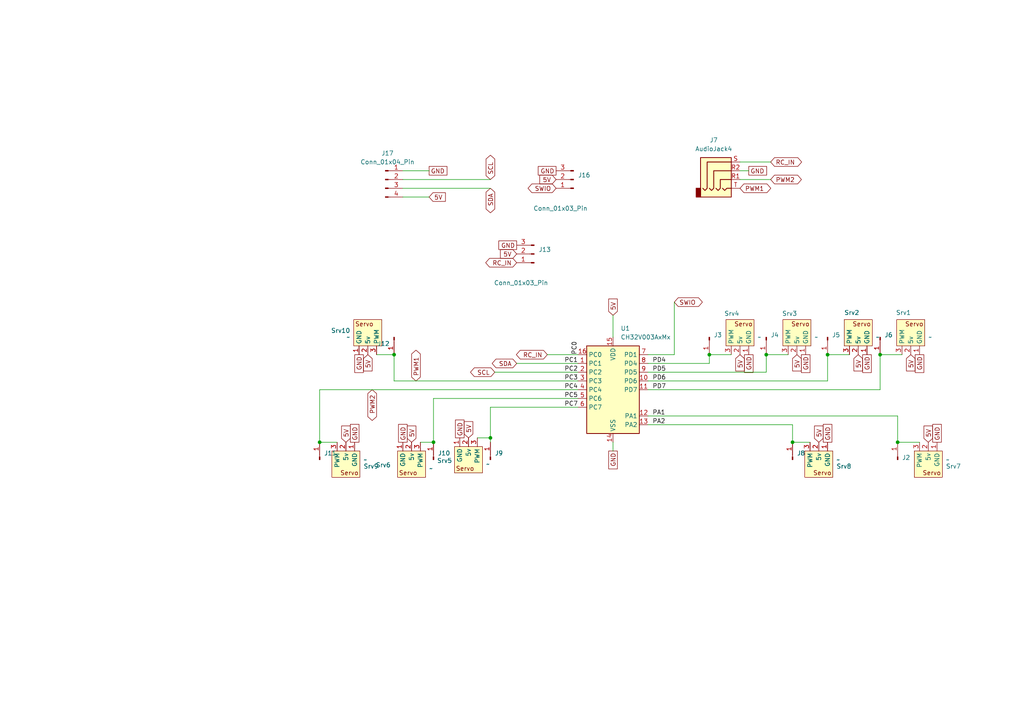
<source format=kicad_sch>
(kicad_sch (version 20231120) (generator "eeschema") (generator_version "8.0")
  (paper "A4")
  (title_block (title "ch32strip-b") (rev "01") (company "ADHDlab"))
  (lib_symbols
    (symbol "Connector:Conn_01x01_Pin" (pin_names (offset 1.016) hide)
      (property "Reference" "J" (at 0 2.54 0))
      (property "Value" "Conn_01x01_Pin" (at 0 -2.54 0))
      (symbol "Conn_01x01_Pin_1_1"
        (polyline (pts (xy 1.27 0) (xy 0.8636 0)) (stroke (width 0.1524)))
        (rectangle (start 0.8636 0.127) (end 0 -0.127) (stroke (width 0.1524)) (fill (type outline)))
        (pin passive line (at 5.08 0 180) (length 3.81) (name "Pin_1") (number "1"))
      )
    )
    (symbol "Connector:Conn_01x03_Pin" (pin_names (offset 1.016) hide)
      (property "Reference" "J" (at 0 5.08 0))
      (property "Value" "Conn_01x03_Pin" (at 0 -5.08 0))
      (symbol "Conn_01x03_Pin_1_1"
        (polyline (pts (xy 1.27 -2.54) (xy 0.8636 -2.54)) (stroke (width 0.1524)))
        (polyline (pts (xy 1.27 0) (xy 0.8636 0)) (stroke (width 0.1524)))
        (polyline (pts (xy 1.27 2.54) (xy 0.8636 2.54)) (stroke (width 0.1524)))
        (rectangle (start 0.8636 -2.413) (end 0 -2.667) (stroke (width 0.1524)) (fill (type outline)))
        (rectangle (start 0.8636 0.127) (end 0 -0.127) (stroke (width 0.1524)) (fill (type outline)))
        (rectangle (start 0.8636 2.667) (end 0 2.413) (stroke (width 0.1524)) (fill (type outline)))
        (pin passive line (at 5.08 2.54 180) (length 3.81) (name "Pin_1") (number "1"))
        (pin passive line (at 5.08 0 180) (length 3.81) (name "Pin_2") (number "2"))
        (pin passive line (at 5.08 -2.54 180) (length 3.81) (name "Pin_3") (number "3"))
      )
    )
    (symbol "Connector:Conn_01x04_Pin" (pin_names (offset 1.016) hide)
      (property "Reference" "J" (at 0 5.08 0))
      (property "Value" "Conn_01x04_Pin" (at 0 -7.62 0))
      (symbol "Conn_01x04_Pin_1_1"
        (polyline (pts (xy 1.27 -5.08) (xy 0.8636 -5.08)) (stroke (width 0.1524)))
        (polyline (pts (xy 1.27 -2.54) (xy 0.8636 -2.54)) (stroke (width 0.1524)))
        (polyline (pts (xy 1.27 0) (xy 0.8636 0)) (stroke (width 0.1524)))
        (polyline (pts (xy 1.27 2.54) (xy 0.8636 2.54)) (stroke (width 0.1524)))
        (rectangle (start 0.8636 -4.953) (end 0 -5.207) (stroke (width 0.1524)) (fill (type outline)))
        (rectangle (start 0.8636 -2.413) (end 0 -2.667) (stroke (width 0.1524)) (fill (type outline)))
        (rectangle (start 0.8636 0.127) (end 0 -0.127) (stroke (width 0.1524)) (fill (type outline)))
        (rectangle (start 0.8636 2.667) (end 0 2.413) (stroke (width 0.1524)) (fill (type outline)))
        (pin passive line (at 5.08 2.54 180) (length 3.81) (name "Pin_1") (number "1"))
        (pin passive line (at 5.08 0 180) (length 3.81) (name "Pin_2") (number "2"))
        (pin passive line (at 5.08 -2.54 180) (length 3.81) (name "Pin_3") (number "3"))
        (pin passive line (at 5.08 -5.08 180) (length 3.81) (name "Pin_4") (number "4"))
      )
    )
    (symbol "Connector_Audio:AudioJack4"
      (property "Reference" "J" (at 0 8.89 0))
      (property "Value" "AudioJack4" (at 0 6.35 0))
      (symbol "AudioJack4_0_1"
        (rectangle (start -6.35 -5.08) (end -7.62 -7.62) (stroke (width 0.254)) (fill (type outline)))
        (polyline (pts (xy 0 -5.08) (xy 0.635 -5.715) (xy 1.27 -5.08) (xy 2.54 -5.08)) (stroke (width 0.254)))
        (polyline (pts (xy -5.715 -5.08) (xy -5.08 -5.715) (xy -4.445 -5.08) (xy -4.445 2.54) (xy 2.54 2.54)) (stroke (width 0.254)))
        (polyline (pts (xy -1.905 -5.08) (xy -1.27 -5.715) (xy -0.635 -5.08) (xy -0.635 -2.54) (xy 2.54 -2.54)) (stroke (width 0.254)))
        (polyline (pts (xy 2.54 0) (xy -2.54 0) (xy -2.54 -5.08) (xy -3.175 -5.715) (xy -3.81 -5.08)) (stroke (width 0.254)))
        (rectangle (start 2.54 3.81) (end -6.35 -7.62) (stroke (width 0.254)) (fill (type background)))
      )
      (symbol "AudioJack4_1_1"
        (pin passive line (at 5.08 -2.54 180) (length 2.54) (name "~") (number "R1"))
        (pin passive line (at 5.08 0 180) (length 2.54) (name "~") (number "R2"))
        (pin passive line (at 5.08 2.54 180) (length 2.54) (name "~") (number "S"))
        (pin passive line (at 5.08 -5.08 180) (length 2.54) (name "~") (number "T"))
      )
    )
    (symbol "MCU_WCH_CH32V0:CH32V003AxMx"
      (property "Reference" "U" (at -7.62 15.24 0))
      (property "Value" "CH32V003AxMx" (at 7.62 15.24 0))
      (symbol "CH32V003AxMx_1_1"
        (rectangle (start -7.62 12.7) (end 7.62 -12.7) (stroke (width 0.254)) (fill (type background)))
        (pin bidirectional line (at -10.16 7.62 0) (length 2.54) (name "PC1") (number "1"))
        (pin bidirectional line (at 10.16 2.54 180) (length 2.54) (name "PD6") (number "10"))
        (pin bidirectional line (at 10.16 0 180) (length 2.54) (name "PD7") (number "11"))
        (pin bidirectional line (at 10.16 -7.62 180) (length 2.54) (name "PA1") (number "12"))
        (pin bidirectional line (at 10.16 -10.16 180) (length 2.54) (name "PA2") (number "13"))
        (pin power_in line (at 0 -15.24 90) (length 2.54) (name "VSS") (number "14"))
        (pin power_in line (at 0 15.24 270) (length 2.54) (name "VDD") (number "15"))
        (pin bidirectional line (at -10.16 10.16 0) (length 2.54) (name "PC0") (number "16"))
        (pin bidirectional line (at -10.16 5.08 0) (length 2.54) (name "PC2") (number "2"))
        (pin bidirectional line (at -10.16 2.54 0) (length 2.54) (name "PC3") (number "3"))
        (pin bidirectional line (at -10.16 0 0) (length 2.54) (name "PC4") (number "4"))
        (pin bidirectional line (at -10.16 -2.54 0) (length 2.54) (name "PC6") (number "5"))
        (pin bidirectional line (at -10.16 -5.08 0) (length 2.54) (name "PC7") (number "6"))
        (pin bidirectional line (at 10.16 10.16 180) (length 2.54) (name "PD1") (number "7"))
        (pin bidirectional line (at 10.16 7.62 180) (length 2.54) (name "PD4") (number "8"))
        (pin bidirectional line (at 10.16 5.08 180) (length 2.54) (name "PD5") (number "9"))
      )
    )
    (symbol "kit:Servo_socket"
      (property "Reference" "Srv" (at 0 4.318 0))
      (symbol "Servo_socket_1_1"
        (rectangle (start 0 2.794) (end 7.62 -5.334) (fill (type background)))
        (text "Servo" (at 6.35 -2.286 900) (effects (font (size 1.27 1.27))))
        (pin passive line (at -2.54 -3.81 0) (length 2.54) (name "GND") (number "1"))
        (pin passive line (at -2.54 -1.27 0) (length 2.54) (name "5v") (number "2"))
        (pin passive line (at -2.54 1.27 0) (length 2.54) (name "PWM") (number "3"))
      )
    )
  )
  (junction (at 240.03 102.87))
  (junction (at 142.24 127))
  (junction (at 255.27 102.87))
  (junction (at 222.25 102.87))
  (junction (at 125.73 128.27))
  (junction (at 260.35 128.27))
  (junction (at 229.87 128.27))
  (junction (at 205.74 102.87))
  (junction (at 92.71 128.27))
  (junction (at 114.3 102.87))
  (wire (pts (xy 158.75 102.87) (xy 167.64 102.87)))
  (wire (pts (xy 229.87 128.27) (xy 229.87 123.19)))
  (wire (pts (xy 149.86 105.41) (xy 167.64 105.41)))
  (wire (pts (xy 214.63 49.53) (xy 217.17 49.53)))
  (wire (pts (xy 255.27 113.03) (xy 187.96 113.03)))
  (wire (pts (xy 92.71 128.27) (xy 97.79 128.27)))
  (wire (pts (xy 114.3 102.87) (xy 114.3 110.49)))
  (wire (pts (xy 229.87 123.19) (xy 187.96 123.19)))
  (wire (pts (xy 125.73 128.27) (xy 125.73 115.57)))
  (wire (pts (xy 92.71 113.03) (xy 92.71 128.27)))
  (wire (pts (xy 229.87 128.27) (xy 234.95 128.27)))
  (wire (pts (xy 195.58 87.63) (xy 195.58 102.87)))
  (wire (pts (xy 177.8 91.44) (xy 177.8 97.79)))
  (wire (pts (xy 92.71 113.03) (xy 167.64 113.03)))
  (wire (pts (xy 222.25 102.87) (xy 228.6 102.87)))
  (wire (pts (xy 195.58 102.87) (xy 187.96 102.87)))
  (wire (pts (xy 143.51 107.95) (xy 167.64 107.95)))
  (wire (pts (xy 116.84 57.15) (xy 124.46 57.15)))
  (wire (pts (xy 205.74 102.87) (xy 212.09 102.87)))
  (wire (pts (xy 255.27 102.87) (xy 255.27 113.03)))
  (wire (pts (xy 222.25 102.87) (xy 222.25 107.95)))
  (wire (pts (xy 142.24 127) (xy 142.24 128.27)))
  (wire (pts (xy 260.35 128.27) (xy 266.7 128.27)))
  (wire (pts (xy 240.03 102.87) (xy 240.03 110.49)))
  (wire (pts (xy 125.73 115.57) (xy 167.64 115.57)))
  (wire (pts (xy 205.74 105.41) (xy 187.96 105.41)))
  (wire (pts (xy 255.27 102.87) (xy 261.62 102.87)))
  (wire (pts (xy 260.35 120.65) (xy 187.96 120.65)))
  (wire (pts (xy 177.8 128.27) (xy 177.8 130.81)))
  (wire (pts (xy 187.96 107.95) (xy 222.25 107.95)))
  (wire (pts (xy 187.96 110.49) (xy 240.03 110.49)))
  (wire (pts (xy 260.35 128.27) (xy 260.35 120.65)))
  (wire (pts (xy 214.63 52.07) (xy 223.52 52.07)))
  (wire (pts (xy 121.92 128.27) (xy 125.73 128.27)))
  (wire (pts (xy 142.24 118.11) (xy 167.64 118.11)))
  (wire (pts (xy 116.84 49.53) (xy 124.46 49.53)))
  (wire (pts (xy 114.3 110.49) (xy 167.64 110.49)))
  (wire (pts (xy 116.84 52.07) (xy 142.24 52.07)))
  (wire (pts (xy 240.03 102.87) (xy 246.38 102.87)))
  (wire (pts (xy 142.24 127) (xy 142.24 118.11)))
  (wire (pts (xy 116.84 54.61) (xy 142.24 54.61)))
  (wire (pts (xy 114.3 102.87) (xy 109.22 102.87)))
  (wire (pts (xy 142.24 127) (xy 138.43 127)))
  (wire (pts (xy 205.74 102.87) (xy 205.74 105.41)))
  (wire (pts (xy 214.63 46.99) (xy 223.52 46.99)))
  (label "PC5" (at 167.64 115.57 180))
  (label "PA1" (at 189.23 120.65 0))
  (label "PD5" (at 189.23 107.95 0))
  (label "PC7" (at 167.64 118.11 180))
  (label "PD7" (at 189.23 113.03 0))
  (label "PC2" (at 167.64 107.95 180))
  (label "PC0" (at 167.64 102.87 90))
  (label "PC4" (at 167.64 113.03 180))
  (label "PC1" (at 167.64 105.41 180))
  (label "PA2" (at 189.23 123.19 0))
  (label "PC3" (at 167.64 110.49 180))
  (label "PD4" (at 189.23 105.41 0))
  (label "PD6" (at 189.23 110.49 0))
  (global_label "5V" (shape input) (at 237.49 128.27 90) (property "Intersheetrefs" "${INTERSHEET_REFS}" (effects (hide yes))))
  (global_label "SCL" (shape bidirectional) (at 143.51 107.95 180) (property "Intersheetrefs" "${INTERSHEET_REFS}" (effects (hide yes))))
  (global_label "GND" (shape passive) (at 102.87 128.27 90) (property "Intersheetrefs" "${INTERSHEET_REFS}" (effects (hide yes))))
  (global_label "5V" (shape input) (at 231.14 102.87 270) (property "Intersheetrefs" "${INTERSHEET_REFS}" (effects (hide yes))))
  (global_label "5V" (shape input) (at 100.33 128.27 90) (property "Intersheetrefs" "${INTERSHEET_REFS}" (effects (hide yes))))
  (global_label "5V" (shape input) (at 149.86 73.66 180) (property "Intersheetrefs" "${INTERSHEET_REFS}" (effects (hide yes))))
  (global_label "PWM2" (shape bidirectional) (at 107.95 113.03 270) (property "Intersheetrefs" "${INTERSHEET_REFS}" (effects (hide yes))))
  (global_label "5V" (shape input) (at 269.24 128.27 90) (property "Intersheetrefs" "${INTERSHEET_REFS}" (effects (hide yes))))
  (global_label "GND" (shape passive) (at 161.29 49.53 180) (property "Intersheetrefs" "${INTERSHEET_REFS}" (effects (hide yes))))
  (global_label "5V" (shape input) (at 161.29 52.07 180) (property "Intersheetrefs" "${INTERSHEET_REFS}" (effects (hide yes))))
  (global_label "GND" (shape passive) (at 177.8 130.81 270) (property "Intersheetrefs" "${INTERSHEET_REFS}" (effects (hide yes))))
  (global_label "RC_IN" (shape bidirectional) (at 158.75 102.87 180) (property "Intersheetrefs" "${INTERSHEET_REFS}" (effects (hide yes))))
  (global_label "SCL" (shape bidirectional) (at 142.24 52.07 90) (property "Intersheetrefs" "${INTERSHEET_REFS}" (effects (hide yes))))
  (global_label "5V" (shape input) (at 119.38 128.27 90) (property "Intersheetrefs" "${INTERSHEET_REFS}" (effects (hide yes))))
  (global_label "5V" (shape input) (at 106.68 102.87 270) (property "Intersheetrefs" "${INTERSHEET_REFS}" (effects (hide yes))))
  (global_label "5V" (shape input) (at 214.63 102.87 270) (property "Intersheetrefs" "${INTERSHEET_REFS}" (effects (hide yes))))
  (global_label "GND" (shape passive) (at 149.86 71.12 180) (property "Intersheetrefs" "${INTERSHEET_REFS}" (effects (hide yes))))
  (global_label "GND" (shape passive) (at 266.7 102.87 270) (property "Intersheetrefs" "${INTERSHEET_REFS}" (effects (hide yes))))
  (global_label "SDA" (shape bidirectional) (at 142.24 54.61 270) (property "Intersheetrefs" "${INTERSHEET_REFS}" (effects (hide yes))))
  (global_label "5V" (shape input) (at 135.89 127 90) (property "Intersheetrefs" "${INTERSHEET_REFS}" (effects (hide yes))))
  (global_label "5V" (shape input) (at 264.16 102.87 270) (property "Intersheetrefs" "${INTERSHEET_REFS}" (effects (hide yes))))
  (global_label "RC_IN" (shape bidirectional) (at 223.52 46.99 0) (property "Intersheetrefs" "${INTERSHEET_REFS}" (effects (hide yes))))
  (global_label "PWM1" (shape bidirectional) (at 214.63 54.61 0) (property "Intersheetrefs" "${INTERSHEET_REFS}" (effects (hide yes))))
  (global_label "GND" (shape passive) (at 271.78 128.27 90) (property "Intersheetrefs" "${INTERSHEET_REFS}" (effects (hide yes))))
  (global_label "5V" (shape input) (at 124.46 57.15 0) (property "Intersheetrefs" "${INTERSHEET_REFS}" (effects (hide yes))))
  (global_label "SWIO" (shape bidirectional) (at 161.29 54.61 180) (property "Intersheetrefs" "${INTERSHEET_REFS}" (effects (hide yes))))
  (global_label "PWM1" (shape bidirectional) (at 120.65 110.49 90) (property "Intersheetrefs" "${INTERSHEET_REFS}" (effects (hide yes))))
  (global_label "GND" (shape passive) (at 133.35 127 90) (property "Intersheetrefs" "${INTERSHEET_REFS}" (effects (hide yes))))
  (global_label "PWM2" (shape bidirectional) (at 223.52 52.07 0) (property "Intersheetrefs" "${INTERSHEET_REFS}" (effects (hide yes))))
  (global_label "GND" (shape passive) (at 124.46 49.53 0) (property "Intersheetrefs" "${INTERSHEET_REFS}" (effects (hide yes))))
  (global_label "SDA" (shape bidirectional) (at 149.86 105.41 180) (property "Intersheetrefs" "${INTERSHEET_REFS}" (effects (hide yes))))
  (global_label "GND" (shape passive) (at 240.03 128.27 90) (property "Intersheetrefs" "${INTERSHEET_REFS}" (effects (hide yes))))
  (global_label "5V" (shape input) (at 248.92 102.87 270) (property "Intersheetrefs" "${INTERSHEET_REFS}" (effects (hide yes))))
  (global_label "SWIO" (shape bidirectional) (at 195.58 87.63 0) (property "Intersheetrefs" "${INTERSHEET_REFS}" (effects (hide yes))))
  (global_label "GND" (shape passive) (at 104.14 102.87 270) (property "Intersheetrefs" "${INTERSHEET_REFS}" (effects (hide yes))))
  (global_label "GND" (shape passive) (at 217.17 49.53 0) (property "Intersheetrefs" "${INTERSHEET_REFS}" (effects (hide yes))))
  (global_label "5V" (shape input) (at 177.8 91.44 90) (property "Intersheetrefs" "${INTERSHEET_REFS}" (effects (hide yes))))
  (global_label "GND" (shape passive) (at 217.17 102.87 270) (property "Intersheetrefs" "${INTERSHEET_REFS}" (effects (hide yes))))
  (global_label "GND" (shape passive) (at 233.68 102.87 270) (property "Intersheetrefs" "${INTERSHEET_REFS}" (effects (hide yes))))
  (global_label "GND" (shape passive) (at 116.84 128.27 90) (property "Intersheetrefs" "${INTERSHEET_REFS}" (effects (hide yes))))
  (global_label "GND" (shape passive) (at 251.46 102.87 270) (property "Intersheetrefs" "${INTERSHEET_REFS}" (effects (hide yes))))
  (global_label "RC_IN" (shape bidirectional) (at 149.86 76.2 180) (property "Intersheetrefs" "${INTERSHEET_REFS}" (effects (hide yes))))
  (symbol (lib_id "MCU_WCH_CH32V0:CH32V003AxMx") (at 177.8 113.03 0) (unit 1)
    (property "Reference" "U1" (at 179.9941 95.25 0) (effects (justify left)))
    (property "Value" "CH32V003AxMx" (at 179.9941 97.79 0) (effects (justify left)))
    (property "Footprint" "Package_SO:SOP-16_3.9x9.9mm_P1.27mm" (effects (hide yes)))
    (property "Datasheet" "https://www.wch-ic.com/products/CH32V003.html" (effects (hide yes)))
    (property "Description" "CH32V003 series are industrial-grade general-purpose microcontrollers designed based on 32-bit RISC-V instruction set and architecture. It adopts QingKe V2A core, RV32EC instruction set, and supports 2 levels of interrupt nesting. The series are mounted with rich peripheral interfaces and function modules. Its internal organizational structure meets the low-cost and low-power embedded application scenarios." (effects (hide yes)))
  )
  (symbol (lib_id "kit:Servo_socket") (at 107.95 100.33 270) (mirror x) (unit 1)
    (property "Reference" "Srv10" (at 101.6 95.8849 90) (effects (justify right)))
    (property "Value" "~" (at 101.6 97.79 90) (effects (justify right)))
    (property "Footprint" "Stripe-ch32:Servo_pads" (effects (hide yes)))
  )
  (symbol (lib_id "Connector:Conn_01x01_Pin") (at 125.73 133.35 90) (unit 1)
    (property "Reference" "J10" (at 127 131.4449 90) (effects (justify right)))
    (property "Value" "Conn_01x01_Pin" (effects (hide yes)))
    (property "Footprint" "Stripe-ch32:stripe" (effects (hide yes)))
    (property "Description" "Generic connector, single row, 01x01, script generated" (effects (hide yes)))
  )
  (symbol (lib_id "kit:Servo_socket") (at 120.65 130.81 270) (unit 1)
    (property "Reference" "Srv6" (at 108.966 134.874 90) (effects (justify left)))
    (property "Value" "~" (at 124.46 135.89 90) (effects (justify left)))
    (property "Footprint" "Stripe-ch32:Servo_pads" (effects (hide yes)))
  )
  (symbol (lib_id "Connector:Conn_01x01_Pin") (at 229.87 133.35 90) (unit 1)
    (property "Reference" "J8" (at 231.14 131.4449 90) (effects (justify right)))
    (property "Value" "Conn_01x01_Pin" (effects (hide yes)))
    (property "Footprint" "Stripe-ch32:stripe" (effects (hide yes)))
    (property "Description" "Generic connector, single row, 01x01, script generated" (effects (hide yes)))
  )
  (symbol (lib_id "Connector:Conn_01x03_Pin") (at 166.37 52.07 180) (unit 1)
    (property "Reference" "J16" (at 167.64 50.7999 0) (effects (justify right)))
    (property "Value" "Conn_01x03_Pin" (at 154.686 60.452 0) (effects (justify right)))
    (property "Footprint" "Connector_JST:JST_XH_B3B-XH-AM_1x03_P2.50mm_Vertical" (effects (hide yes)))
    (property "Description" "Generic connector, single row, 01x03, script generated" (effects (hide yes)))
  )
  (symbol (lib_id "kit:Servo_socket") (at 213.36 100.33 90) (unit 1)
    (property "Reference" "Srv4" (at 210.058 90.932 90) (effects (justify right)))
    (property "Value" "~" (at 219.71 97.79 90) (effects (justify right)))
    (property "Footprint" "Stripe-ch32:Servo_pads" (effects (hide yes)))
  )
  (symbol (lib_id "Connector:Conn_01x03_Pin") (at 154.94 73.66 180) (unit 1)
    (property "Reference" "J13" (at 156.21 72.3899 0) (effects (justify right)))
    (property "Value" "Conn_01x03_Pin" (at 143.256 82.042 0) (effects (justify right)))
    (property "Footprint" "Connector_JST:JST_XH_B3B-XH-AM_1x03_P2.50mm_Vertical" (effects (hide yes)))
    (property "Description" "Generic connector, single row, 01x03, script generated" (effects (hide yes)))
  )
  (symbol (lib_id "Connector:Conn_01x01_Pin") (at 240.03 97.79 270) (unit 1)
    (property "Reference" "J5" (at 241.3 97.1549 90) (effects (justify left)))
    (property "Value" "Conn_01x01_Pin" (effects (hide yes)))
    (property "Footprint" "Stripe-ch32:stripe" (effects (hide yes)))
    (property "Description" "Generic connector, single row, 01x01, script generated" (effects (hide yes)))
  )
  (symbol (lib_id "kit:Servo_socket") (at 262.89 100.33 90) (unit 1)
    (property "Reference" "Srv1" (at 259.842 90.678 90) (effects (justify right)))
    (property "Value" "~" (at 269.24 97.79 90) (effects (justify right)))
    (property "Footprint" "Stripe-ch32:Servo_pads" (effects (hide yes)))
  )
  (symbol (lib_id "kit:Servo_socket") (at 229.87 100.33 90) (unit 1)
    (property "Reference" "Srv3" (at 226.822 90.932 90) (effects (justify right)))
    (property "Value" "~" (at 236.22 97.79 90) (effects (justify right)))
    (property "Footprint" "Stripe-ch32:Servo_pads" (effects (hide yes)))
  )
  (symbol (lib_id "Connector:Conn_01x01_Pin") (at 260.35 133.35 90) (unit 1)
    (property "Reference" "J2" (at 261.62 132.7149 90) (effects (justify right)))
    (property "Value" "Conn_01x01_Pin" (effects (hide yes)))
    (property "Footprint" "Stripe-ch32:stripe" (effects (hide yes)))
    (property "Description" "Generic connector, single row, 01x01, script generated" (effects (hide yes)))
  )
  (symbol (lib_id "kit:Servo_socket") (at 99.06 130.81 90) (mirror x) (unit 1)
    (property "Reference" "Srv9" (at 105.41 135.2551 90) (effects (justify right)))
    (property "Value" "~" (at 105.41 133.35 90) (effects (justify right)))
    (property "Footprint" "Stripe-ch32:Servo_pads" (effects (hide yes)))
  )
  (symbol (lib_id "Connector:Conn_01x04_Pin") (at 111.76 52.07 0) (unit 1)
    (property "Reference" "J17" (at 112.395 44.45 0))
    (property "Value" "Conn_01x04_Pin" (at 112.395 46.99 0))
    (property "Footprint" "Connector_JST:JST_XH_B4B-XH-AM_1x04_P2.50mm_Vertical" (effects (hide yes)))
    (property "Description" "Generic connector, single row, 01x04, script generated" (effects (hide yes)))
  )
  (symbol (lib_id "Connector_Audio:AudioJack4") (at 209.55 49.53 0) (unit 1)
    (property "Reference" "J7" (at 207.01 40.64 0))
    (property "Value" "AudioJack4" (at 207.01 43.18 0))
    (property "Footprint" "Connector_Audio:Jack_3.5mm_PJ320D_Horizontal" (effects (hide yes)))
    (property "Description" "Audio Jack, 4 Poles (TRRS)" (effects (hide yes)))
  )
  (symbol (lib_id "Connector:Conn_01x01_Pin") (at 255.27 97.79 270) (unit 1)
    (property "Reference" "J6" (at 256.54 97.1549 90) (effects (justify left)))
    (property "Value" "Conn_01x01_Pin" (effects (hide yes)))
    (property "Footprint" "Stripe-ch32:stripe" (effects (hide yes)))
    (property "Description" "Generic connector, single row, 01x01, script generated" (effects (hide yes)))
  )
  (symbol (lib_id "Connector:Conn_01x01_Pin") (at 205.74 97.79 270) (unit 1)
    (property "Reference" "J3" (at 207.01 97.1549 90) (effects (justify left)))
    (property "Value" "Conn_01x01_Pin" (effects (hide yes)))
    (property "Footprint" "Stripe-ch32:stripe" (effects (hide yes)))
    (property "Description" "Generic connector, single row, 01x01, script generated" (effects (hide yes)))
  )
  (symbol (lib_id "kit:Servo_socket") (at 247.65 100.33 90) (unit 1)
    (property "Reference" "Srv2" (at 244.856 90.678 90) (effects (justify right)))
    (property "Value" "~" (at 254 97.79 90) (effects (justify right)))
    (property "Footprint" "Stripe-ch32:Servo_pads" (effects (hide yes)))
  )
  (symbol (lib_id "kit:Servo_socket") (at 267.97 130.81 90) (mirror x) (unit 1)
    (property "Reference" "Srv7" (at 274.32 135.2551 90) (effects (justify right)))
    (property "Value" "~" (at 274.32 133.35 90) (effects (justify right)))
    (property "Footprint" "Stripe-ch32:Servo_pads" (effects (hide yes)))
  )
  (symbol (lib_id "kit:Servo_socket") (at 236.22 130.81 90) (mirror x) (unit 1)
    (property "Reference" "Srv8" (at 242.57 135.2551 90) (effects (justify right)))
    (property "Value" "~" (at 242.57 133.35 90) (effects (justify right)))
    (property "Footprint" "Stripe-ch32:Servo_pads" (effects (hide yes)))
  )
  (symbol (lib_id "kit:Servo_socket") (at 137.16 129.54 270) (unit 1)
    (property "Reference" "Srv5" (at 126.746 133.604 90) (effects (justify left)))
    (property "Value" "~" (at 140.97 134.62 90) (effects (justify left)))
    (property "Footprint" "Stripe-ch32:Servo_pads" (effects (hide yes)))
  )
  (symbol (lib_id "Connector:Conn_01x01_Pin") (at 142.24 133.35 90) (unit 1)
    (property "Reference" "J9" (at 143.51 131.4449 90) (effects (justify right)))
    (property "Value" "Conn_01x01_Pin" (effects (hide yes)))
    (property "Footprint" "Stripe-ch32:stripe" (effects (hide yes)))
    (property "Description" "Generic connector, single row, 01x01, script generated" (effects (hide yes)))
  )
  (symbol (lib_id "Connector:Conn_01x01_Pin") (at 222.25 97.79 270) (unit 1)
    (property "Reference" "J4" (at 223.52 97.1549 90) (effects (justify left)))
    (property "Value" "Conn_01x01_Pin" (effects (hide yes)))
    (property "Footprint" "Stripe-ch32:stripe" (effects (hide yes)))
    (property "Description" "Generic connector, single row, 01x01, script generated" (effects (hide yes)))
  )
  (symbol (lib_id "Connector:Conn_01x01_Pin") (at 92.71 133.35 90) (unit 1)
    (property "Reference" "J11" (at 93.98 131.4449 90) (effects (justify right)))
    (property "Value" "Conn_01x01_Pin" (effects (hide yes)))
    (property "Footprint" "Stripe-ch32:stripe" (effects (hide yes)))
    (property "Description" "Generic connector, single row, 01x01, script generated" (effects (hide yes)))
  )
  (symbol (lib_id "Connector:Conn_01x01_Pin") (at 114.3 97.79 270) (unit 1)
    (property "Reference" "J12" (at 113.03 99.6951 90) (effects (justify right)))
    (property "Value" "Conn_01x01_Pin" (effects (hide yes)))
    (property "Footprint" "Stripe-ch32:stripe" (effects (hide yes)))
    (property "Description" "Generic connector, single row, 01x01, script generated" (effects (hide yes)))
  )
)
</source>
